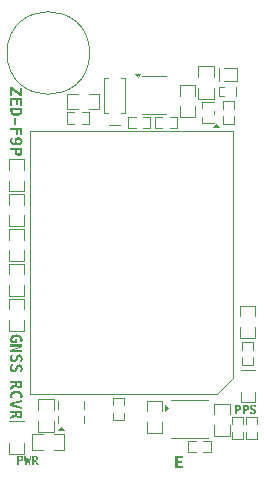
<source format=gbr>
%TF.GenerationSoftware,KiCad,Pcbnew,8.0.8+1*%
%TF.CreationDate,2025-01-22T08:14:43-05:00*%
%TF.ProjectId,gnssBoard,676e7373-426f-4617-9264-2e6b69636164,rev?*%
%TF.SameCoordinates,Original*%
%TF.FileFunction,Legend,Top*%
%TF.FilePolarity,Positive*%
%FSLAX46Y46*%
G04 Gerber Fmt 4.6, Leading zero omitted, Abs format (unit mm)*
G04 Created by KiCad (PCBNEW 8.0.8+1) date 2025-01-22 08:14:43*
%MOMM*%
%LPD*%
G01*
G04 APERTURE LIST*
%ADD10C,0.200000*%
%ADD11C,0.150000*%
%ADD12C,0.180000*%
%ADD13C,0.120000*%
%ADD14C,0.100000*%
G04 APERTURE END LIST*
D10*
G36*
X129896200Y-84669190D02*
G01*
X130579103Y-85127878D01*
X130579103Y-84684333D01*
X130751050Y-84684333D01*
X130751050Y-85374564D01*
X130589849Y-85374564D01*
X129906946Y-84901710D01*
X129906946Y-85384333D01*
X129735000Y-85384333D01*
X129735000Y-84669190D01*
X129896200Y-84669190D01*
G37*
G36*
X130751050Y-85561898D02*
G01*
X130751050Y-86197662D01*
X130579103Y-86197662D01*
X130579103Y-85763643D01*
X130360261Y-85763643D01*
X130360261Y-86156629D01*
X130188314Y-86156629D01*
X130188314Y-85763643D01*
X129906946Y-85763643D01*
X129906946Y-86197662D01*
X129735000Y-86197662D01*
X129735000Y-85561898D01*
X130751050Y-85561898D01*
G37*
G36*
X130751050Y-86598953D02*
G01*
X130749199Y-86659453D01*
X130743646Y-86715533D01*
X130734392Y-86767194D01*
X130721435Y-86814436D01*
X130700034Y-86867274D01*
X130672849Y-86913207D01*
X130639880Y-86952234D01*
X130632592Y-86959211D01*
X130592387Y-86990395D01*
X130544741Y-87016475D01*
X130495496Y-87035582D01*
X130477742Y-87041033D01*
X130427001Y-87053321D01*
X130378294Y-87061193D01*
X130325567Y-87066378D01*
X130268820Y-87068874D01*
X130243269Y-87069121D01*
X130194201Y-87068155D01*
X130132845Y-87063861D01*
X130076136Y-87056133D01*
X130024076Y-87044971D01*
X129976665Y-87030373D01*
X129923937Y-87007297D01*
X129878471Y-86978853D01*
X129854678Y-86959211D01*
X129820201Y-86921372D01*
X129791567Y-86876698D01*
X129768776Y-86825191D01*
X129751829Y-86766851D01*
X129742479Y-86715258D01*
X129736869Y-86659293D01*
X129736248Y-86639253D01*
X129922578Y-86639253D01*
X129926084Y-86688020D01*
X129938678Y-86735739D01*
X129963794Y-86779204D01*
X129995851Y-86808758D01*
X130045203Y-86833197D01*
X130094647Y-86846676D01*
X130144730Y-86854379D01*
X130201923Y-86858526D01*
X130244002Y-86859316D01*
X130295748Y-86858082D01*
X130351390Y-86853342D01*
X130399990Y-86845047D01*
X130447792Y-86830877D01*
X130490687Y-86808758D01*
X130529069Y-86770795D01*
X130551459Y-86724964D01*
X130561694Y-86674947D01*
X130563471Y-86639253D01*
X130563471Y-86584543D01*
X129922578Y-86584543D01*
X129922578Y-86639253D01*
X129736248Y-86639253D01*
X129735000Y-86598953D01*
X129735000Y-86382798D01*
X130751050Y-86382798D01*
X130751050Y-86598953D01*
G37*
G36*
X130250840Y-87282589D02*
G01*
X130250840Y-87823098D01*
X130047630Y-87823098D01*
X130047630Y-87282589D01*
X130250840Y-87282589D01*
G37*
G36*
X130751050Y-88097871D02*
G01*
X130751050Y-88733636D01*
X130579103Y-88733636D01*
X130579103Y-88299616D01*
X130344630Y-88299616D01*
X130344630Y-88694801D01*
X130172683Y-88694801D01*
X130172683Y-88299616D01*
X129735000Y-88299616D01*
X129735000Y-88097871D01*
X130751050Y-88097871D01*
G37*
G36*
X130466067Y-88893694D02*
G01*
X130521503Y-88901502D01*
X130571803Y-88915166D01*
X130616969Y-88934687D01*
X130663173Y-88964862D01*
X130675090Y-88974948D01*
X130710779Y-89015174D01*
X130737701Y-89062763D01*
X130753801Y-89109415D01*
X130763461Y-89161476D01*
X130766681Y-89218946D01*
X130764131Y-89269955D01*
X130755315Y-89320922D01*
X130738345Y-89370043D01*
X130734441Y-89378192D01*
X130706529Y-89423221D01*
X130670785Y-89461586D01*
X130642606Y-89483461D01*
X130597340Y-89509946D01*
X130551502Y-89529215D01*
X130500834Y-89544155D01*
X130476765Y-89549407D01*
X130426268Y-89557955D01*
X130372962Y-89564061D01*
X130324015Y-89567401D01*
X130272918Y-89568870D01*
X130257923Y-89568946D01*
X130203847Y-89568010D01*
X130153361Y-89565202D01*
X130098996Y-89559561D01*
X130049517Y-89551371D01*
X130010994Y-89542324D01*
X129964252Y-89527593D01*
X129916995Y-89507627D01*
X129871104Y-89481227D01*
X129850771Y-89466364D01*
X129811968Y-89430605D01*
X129780131Y-89389886D01*
X129755258Y-89344205D01*
X129751120Y-89334473D01*
X129734376Y-89283530D01*
X129724608Y-89234623D01*
X129719864Y-89182817D01*
X129719368Y-89158862D01*
X129721660Y-89108612D01*
X129721810Y-89107083D01*
X129729626Y-89057746D01*
X129741891Y-89008405D01*
X129757161Y-88960674D01*
X129759424Y-88954431D01*
X129943827Y-88954431D01*
X129919417Y-89000313D01*
X129900898Y-89045633D01*
X129896688Y-89058479D01*
X129884873Y-89108908D01*
X129881545Y-89153978D01*
X129886003Y-89203498D01*
X129899375Y-89248011D01*
X129925693Y-89291331D01*
X129954818Y-89319574D01*
X129997495Y-89345330D01*
X130043967Y-89362561D01*
X130095338Y-89373527D01*
X130145621Y-89378610D01*
X130172927Y-89379658D01*
X130136062Y-89342823D01*
X130109729Y-89297287D01*
X130095329Y-89250305D01*
X130091567Y-89218458D01*
X130250840Y-89218458D01*
X130259583Y-89269889D01*
X130288351Y-89312024D01*
X130296514Y-89318841D01*
X130340507Y-89340981D01*
X130392279Y-89351399D01*
X130427428Y-89353035D01*
X130476576Y-89349763D01*
X130505341Y-89343754D01*
X130551096Y-89324480D01*
X130559319Y-89318841D01*
X130591752Y-89279389D01*
X130604107Y-89230463D01*
X130604504Y-89218458D01*
X130596442Y-89168635D01*
X130592292Y-89159107D01*
X130561909Y-89120638D01*
X130559319Y-89118562D01*
X130515599Y-89095474D01*
X130463506Y-89084609D01*
X130427916Y-89082903D01*
X130378352Y-89086385D01*
X130329076Y-89099758D01*
X130296514Y-89118562D01*
X130263731Y-89158150D01*
X130251242Y-89206623D01*
X130250840Y-89218458D01*
X130091567Y-89218458D01*
X130088992Y-89196662D01*
X130088663Y-89180112D01*
X130091677Y-89130320D01*
X130102812Y-89077874D01*
X130122151Y-89031505D01*
X130154300Y-88985954D01*
X130174392Y-88966155D01*
X130215003Y-88937128D01*
X130262462Y-88915231D01*
X130316770Y-88900463D01*
X130368771Y-88893479D01*
X130415949Y-88891661D01*
X130466067Y-88893694D01*
G37*
G36*
X130751050Y-90048151D02*
G01*
X130749890Y-90098961D01*
X130745176Y-90157343D01*
X130736838Y-90210024D01*
X130722046Y-90265718D01*
X130702033Y-90313202D01*
X130676800Y-90352477D01*
X130640041Y-90388356D01*
X130594307Y-90415422D01*
X130547962Y-90431608D01*
X130495022Y-90441320D01*
X130445868Y-90444467D01*
X130435488Y-90444557D01*
X130385611Y-90442309D01*
X130331710Y-90433676D01*
X130284300Y-90418569D01*
X130237193Y-90392762D01*
X130198922Y-90358142D01*
X130194176Y-90352477D01*
X130165245Y-90305858D01*
X130146102Y-90257005D01*
X130132180Y-90199944D01*
X130124567Y-90146123D01*
X130120579Y-90086600D01*
X130120055Y-90055722D01*
X130282103Y-90055722D01*
X130284808Y-90107141D01*
X130295461Y-90157026D01*
X130316297Y-90195185D01*
X130359639Y-90223585D01*
X130410231Y-90233786D01*
X130435488Y-90234752D01*
X130487781Y-90230077D01*
X130534177Y-90212495D01*
X130554434Y-90195185D01*
X130577976Y-90149016D01*
X130587225Y-90096540D01*
X130588872Y-90055722D01*
X130588872Y-89972924D01*
X130282103Y-89972924D01*
X130282103Y-90055722D01*
X130120055Y-90055722D01*
X130119926Y-90048151D01*
X130119926Y-89972924D01*
X129735000Y-89972924D01*
X129735000Y-89771423D01*
X130751050Y-89771423D01*
X130751050Y-90048151D01*
G37*
G36*
X143693720Y-115898949D02*
G01*
X144329484Y-115898949D01*
X144329484Y-116070896D01*
X143895464Y-116070896D01*
X143895464Y-116289738D01*
X144288451Y-116289738D01*
X144288451Y-116461685D01*
X143895464Y-116461685D01*
X143895464Y-116743053D01*
X144329484Y-116743053D01*
X144329484Y-116915000D01*
X143693720Y-116915000D01*
X143693720Y-115898949D01*
G37*
G36*
X130751050Y-109782240D02*
G01*
X130749362Y-109841051D01*
X130744300Y-109894448D01*
X130733770Y-109951378D01*
X130718379Y-110000511D01*
X130694282Y-110047978D01*
X130681929Y-110065073D01*
X130644584Y-110100718D01*
X130601014Y-110125175D01*
X130590582Y-110129309D01*
X130541680Y-110143067D01*
X130491460Y-110149541D01*
X130459912Y-110150558D01*
X130409927Y-110147767D01*
X130361971Y-110137857D01*
X130317097Y-110118243D01*
X130290163Y-110099267D01*
X130255788Y-110062051D01*
X130241559Y-110038695D01*
X130223649Y-109990838D01*
X130216158Y-109951744D01*
X130195532Y-109996159D01*
X130188070Y-110004256D01*
X130156807Y-110027704D01*
X130113893Y-110051951D01*
X130101608Y-110058234D01*
X129735000Y-110242882D01*
X129735000Y-110021353D01*
X129994630Y-109898255D01*
X130024916Y-109884089D01*
X130068059Y-109860470D01*
X130107215Y-109830848D01*
X130112843Y-109825226D01*
X130134883Y-109787613D01*
X130303597Y-109787613D01*
X130307580Y-109839245D01*
X130322556Y-109885753D01*
X130337302Y-109906559D01*
X130378579Y-109932449D01*
X130428871Y-109941519D01*
X130446479Y-109941974D01*
X130498045Y-109936994D01*
X130544728Y-109916762D01*
X130555900Y-109906559D01*
X130579567Y-109862420D01*
X130588067Y-109812348D01*
X130588872Y-109787613D01*
X130588872Y-109692602D01*
X130303597Y-109692602D01*
X130303597Y-109787613D01*
X130134883Y-109787613D01*
X130138043Y-109782220D01*
X130141420Y-109756838D01*
X130141420Y-109692602D01*
X129735000Y-109692602D01*
X129735000Y-109490858D01*
X130751050Y-109490858D01*
X130751050Y-109782240D01*
G37*
G36*
X129719368Y-110760921D02*
G01*
X129721471Y-110711301D01*
X129730013Y-110653463D01*
X129745127Y-110600276D01*
X129766812Y-110551740D01*
X129795068Y-110507855D01*
X129829895Y-110468621D01*
X129853946Y-110447313D01*
X129899116Y-110416001D01*
X129950059Y-110389997D01*
X130006774Y-110369299D01*
X130056302Y-110356563D01*
X130109524Y-110347222D01*
X130166440Y-110341278D01*
X130227051Y-110338731D01*
X130242780Y-110338625D01*
X130304589Y-110340323D01*
X130362643Y-110345418D01*
X130416941Y-110353909D01*
X130467484Y-110365797D01*
X130514272Y-110381081D01*
X130567475Y-110404963D01*
X130614812Y-110434151D01*
X130632103Y-110447313D01*
X130670873Y-110483756D01*
X130703072Y-110524850D01*
X130728700Y-110570596D01*
X130747756Y-110620992D01*
X130760242Y-110676040D01*
X130766156Y-110735739D01*
X130766681Y-110760921D01*
X130764204Y-110811851D01*
X130756770Y-110860350D01*
X130753736Y-110873761D01*
X130738581Y-110922229D01*
X130717844Y-110967799D01*
X130714658Y-110973656D01*
X130481161Y-110973656D01*
X130515342Y-110935999D01*
X130528545Y-110918457D01*
X130553916Y-110876637D01*
X130555900Y-110872540D01*
X130572418Y-110826175D01*
X130573485Y-110821493D01*
X130579097Y-110772766D01*
X130579103Y-110771179D01*
X130573821Y-110719766D01*
X130555252Y-110669809D01*
X130523314Y-110628198D01*
X130494595Y-110605094D01*
X130446525Y-110580303D01*
X130396324Y-110564422D01*
X130347248Y-110555125D01*
X130292591Y-110549813D01*
X130242780Y-110548429D01*
X130192800Y-110549813D01*
X130138097Y-110555125D01*
X130089148Y-110564422D01*
X130039311Y-110580303D01*
X129991943Y-110605094D01*
X129950856Y-110641141D01*
X129923215Y-110685534D01*
X129909022Y-110738273D01*
X129906946Y-110771179D01*
X129911669Y-110819833D01*
X129925837Y-110866877D01*
X129928440Y-110873028D01*
X129951967Y-110917478D01*
X129953841Y-110920411D01*
X129983847Y-110961007D01*
X129994385Y-110973656D01*
X129769682Y-110973656D01*
X129748888Y-110927703D01*
X129733675Y-110879604D01*
X129732069Y-110873028D01*
X129722952Y-110822607D01*
X129719480Y-110772157D01*
X129719368Y-110760921D01*
G37*
G36*
X130751050Y-111123377D02*
G01*
X130751050Y-111326343D01*
X129900108Y-111505373D01*
X130751050Y-111685136D01*
X130751050Y-111888101D01*
X129735000Y-111645568D01*
X129735000Y-111365910D01*
X130751050Y-111123377D01*
G37*
G36*
X130751050Y-112308688D02*
G01*
X130749362Y-112367499D01*
X130744300Y-112420896D01*
X130733770Y-112477826D01*
X130718379Y-112526959D01*
X130694282Y-112574426D01*
X130681929Y-112591521D01*
X130644584Y-112627166D01*
X130601014Y-112651623D01*
X130590582Y-112655757D01*
X130541680Y-112669515D01*
X130491460Y-112675989D01*
X130459912Y-112677006D01*
X130409927Y-112674215D01*
X130361971Y-112664305D01*
X130317097Y-112644691D01*
X130290163Y-112625715D01*
X130255788Y-112588499D01*
X130241559Y-112565143D01*
X130223649Y-112517286D01*
X130216158Y-112478192D01*
X130195532Y-112522607D01*
X130188070Y-112530704D01*
X130156807Y-112554152D01*
X130113893Y-112578399D01*
X130101608Y-112584682D01*
X129735000Y-112769330D01*
X129735000Y-112547801D01*
X129994630Y-112424703D01*
X130024916Y-112410537D01*
X130068059Y-112386919D01*
X130107215Y-112357296D01*
X130112843Y-112351674D01*
X130134883Y-112314061D01*
X130303597Y-112314061D01*
X130307580Y-112365693D01*
X130322556Y-112412201D01*
X130337302Y-112433007D01*
X130378579Y-112458897D01*
X130428871Y-112467967D01*
X130446479Y-112468422D01*
X130498045Y-112463442D01*
X130544728Y-112443210D01*
X130555900Y-112433007D01*
X130579567Y-112388868D01*
X130588067Y-112338796D01*
X130588872Y-112314061D01*
X130588872Y-112219050D01*
X130303597Y-112219050D01*
X130303597Y-112314061D01*
X130134883Y-112314061D01*
X130138043Y-112308668D01*
X130141420Y-112283286D01*
X130141420Y-112219050D01*
X129735000Y-112219050D01*
X129735000Y-112017306D01*
X130751050Y-112017306D01*
X130751050Y-112308688D01*
G37*
D11*
G36*
X130583414Y-115850082D02*
G01*
X130627201Y-115853617D01*
X130666712Y-115859871D01*
X130708482Y-115870965D01*
X130744095Y-115885974D01*
X130773551Y-115904899D01*
X130800460Y-115932468D01*
X130820760Y-115966769D01*
X130832900Y-116001528D01*
X130840183Y-116041232D01*
X130842544Y-116078098D01*
X130842611Y-116085883D01*
X130840925Y-116123291D01*
X130834451Y-116163717D01*
X130823121Y-116199274D01*
X130803765Y-116234604D01*
X130777800Y-116263308D01*
X130773551Y-116266867D01*
X130738587Y-116288566D01*
X130701948Y-116302922D01*
X130659152Y-116313364D01*
X130618785Y-116319074D01*
X130574144Y-116322065D01*
X130545307Y-116322554D01*
X130488886Y-116322554D01*
X130488886Y-116611250D01*
X130337761Y-116611250D01*
X130337761Y-116200922D01*
X130488886Y-116200922D01*
X130550985Y-116200922D01*
X130589550Y-116198893D01*
X130626963Y-116190904D01*
X130655582Y-116175276D01*
X130676882Y-116142770D01*
X130684533Y-116104826D01*
X130685258Y-116085883D01*
X130681751Y-116046663D01*
X130668565Y-116011866D01*
X130655582Y-115996673D01*
X130620956Y-115979017D01*
X130581598Y-115972081D01*
X130550985Y-115970845D01*
X130488886Y-115970845D01*
X130488886Y-116200922D01*
X130337761Y-116200922D01*
X130337761Y-115849212D01*
X130545307Y-115849212D01*
X130583414Y-115850082D01*
G37*
G36*
X130884194Y-115849212D02*
G01*
X131016451Y-115849212D01*
X131071406Y-116405170D01*
X131137534Y-116036790D01*
X131263014Y-116036790D01*
X131339951Y-116405170D01*
X131382998Y-115849212D01*
X131516355Y-115849212D01*
X131428244Y-116611250D01*
X131287194Y-116611250D01*
X131200000Y-116204219D01*
X131118483Y-116611250D01*
X130978532Y-116611250D01*
X130884194Y-115849212D01*
G37*
G36*
X131846594Y-115850477D02*
G01*
X131886642Y-115854274D01*
X131929339Y-115862172D01*
X131966189Y-115873715D01*
X132001789Y-115891788D01*
X132014610Y-115901052D01*
X132041344Y-115929061D01*
X132059687Y-115961739D01*
X132062787Y-115969562D01*
X132073106Y-116006239D01*
X132077962Y-116043904D01*
X132078724Y-116067565D01*
X132076631Y-116105054D01*
X132069199Y-116141021D01*
X132054488Y-116174677D01*
X132040256Y-116194877D01*
X132012344Y-116220658D01*
X131994827Y-116231330D01*
X131958935Y-116244762D01*
X131929614Y-116250381D01*
X131962925Y-116265850D01*
X131968998Y-116271447D01*
X131986584Y-116294894D01*
X132004769Y-116327080D01*
X132009481Y-116336293D01*
X132147967Y-116611250D01*
X131981821Y-116611250D01*
X131889497Y-116416527D01*
X131878872Y-116393812D01*
X131861159Y-116361455D01*
X131838942Y-116332088D01*
X131834726Y-116327867D01*
X131802471Y-116308967D01*
X131783435Y-116306434D01*
X131735258Y-116306434D01*
X131735258Y-116611250D01*
X131583949Y-116611250D01*
X131583949Y-116184801D01*
X131735258Y-116184801D01*
X131806516Y-116184801D01*
X131845239Y-116181814D01*
X131880120Y-116170582D01*
X131895725Y-116159522D01*
X131915143Y-116128565D01*
X131921945Y-116090846D01*
X131922287Y-116077640D01*
X131918551Y-116038966D01*
X131903377Y-116003953D01*
X131895725Y-115995574D01*
X131862621Y-115977824D01*
X131825067Y-115971449D01*
X131806516Y-115970845D01*
X131735258Y-115970845D01*
X131735258Y-116184801D01*
X131583949Y-116184801D01*
X131583949Y-115849212D01*
X131802486Y-115849212D01*
X131846594Y-115850477D01*
G37*
D12*
G36*
X129719368Y-105992149D02*
G01*
X129722683Y-105932819D01*
X129732630Y-105877865D01*
X129749207Y-105827288D01*
X129772414Y-105781089D01*
X129802253Y-105739266D01*
X129838723Y-105701819D01*
X129855167Y-105688066D01*
X129898802Y-105658228D01*
X129943253Y-105635166D01*
X129992611Y-105615698D01*
X130016123Y-105608199D01*
X130066361Y-105595804D01*
X130121086Y-105586950D01*
X130172653Y-105582108D01*
X130227655Y-105579978D01*
X130244002Y-105579867D01*
X130305845Y-105581577D01*
X130363879Y-105586706D01*
X130418105Y-105595254D01*
X130468522Y-105607222D01*
X130515130Y-105622609D01*
X130568035Y-105646652D01*
X130614988Y-105676038D01*
X130632103Y-105689288D01*
X130670873Y-105725736D01*
X130703072Y-105766692D01*
X130728700Y-105812156D01*
X130747756Y-105862128D01*
X130760242Y-105916608D01*
X130766156Y-105975596D01*
X130766681Y-106000453D01*
X130763698Y-106052313D01*
X130754750Y-106102319D01*
X130748607Y-106124773D01*
X130730865Y-106172140D01*
X130707802Y-106216604D01*
X130695362Y-106236147D01*
X130471147Y-106236147D01*
X130507738Y-106202705D01*
X130539006Y-106162523D01*
X130552236Y-106139183D01*
X130569631Y-106093270D01*
X130578158Y-106043246D01*
X130579103Y-106018771D01*
X130573913Y-105964687D01*
X130558342Y-105917960D01*
X130528418Y-105874187D01*
X130496060Y-105846580D01*
X130448616Y-105821789D01*
X130398587Y-105805908D01*
X130349380Y-105796611D01*
X130294334Y-105791299D01*
X130244002Y-105789916D01*
X130194571Y-105791251D01*
X130140166Y-105796381D01*
X130091119Y-105805356D01*
X130040669Y-105820690D01*
X129991943Y-105844626D01*
X129953844Y-105875925D01*
X129928928Y-105909839D01*
X129911776Y-105956169D01*
X129906946Y-106004605D01*
X129908168Y-106032449D01*
X129913053Y-106058583D01*
X129920136Y-106081053D01*
X129929661Y-106096196D01*
X130119926Y-106096196D01*
X130119926Y-105957955D01*
X130282103Y-105957955D01*
X130282103Y-106272540D01*
X129823171Y-106272540D01*
X129790910Y-106231190D01*
X129764652Y-106187070D01*
X129745990Y-106144556D01*
X129731520Y-106097338D01*
X129726207Y-106072016D01*
X129720176Y-106020981D01*
X129719368Y-105992149D01*
G37*
G36*
X130751050Y-106423482D02*
G01*
X130751050Y-106640125D01*
X130008796Y-106924668D01*
X130751050Y-106924668D01*
X130751050Y-107102233D01*
X129735000Y-107102233D01*
X129735000Y-106887055D01*
X130463087Y-106601290D01*
X129735000Y-106601290D01*
X129735000Y-106423482D01*
X130751050Y-106423482D01*
G37*
G36*
X129719368Y-107582170D02*
G01*
X129720894Y-107531642D01*
X129723276Y-107502058D01*
X129730260Y-107453419D01*
X129736465Y-107424145D01*
X129749230Y-107375735D01*
X129765240Y-107329424D01*
X129786597Y-107280907D01*
X129788733Y-107276622D01*
X129994385Y-107276622D01*
X129964555Y-107321889D01*
X129939362Y-107366189D01*
X129916808Y-107414280D01*
X129909389Y-107433182D01*
X129894706Y-107480437D01*
X129884835Y-107531206D01*
X129881545Y-107580704D01*
X129886319Y-107632419D01*
X129903957Y-107680858D01*
X129915495Y-107697697D01*
X129955856Y-107728471D01*
X130005340Y-107738689D01*
X130009040Y-107738729D01*
X130057469Y-107730074D01*
X130089152Y-107711374D01*
X130119926Y-107676692D01*
X130142641Y-107631995D01*
X130180010Y-107532833D01*
X130198657Y-107486527D01*
X130219225Y-107441816D01*
X130239849Y-107403628D01*
X130268457Y-107361489D01*
X130301399Y-107326448D01*
X130344575Y-107297983D01*
X130391224Y-107281378D01*
X130445254Y-107273313D01*
X130471636Y-107272470D01*
X130521439Y-107275595D01*
X130574159Y-107287143D01*
X130621082Y-107307198D01*
X130662208Y-107335762D01*
X130688035Y-107361374D01*
X130718679Y-107403653D01*
X130741797Y-107452055D01*
X130757388Y-107506582D01*
X130764761Y-107558193D01*
X130766681Y-107604640D01*
X130764979Y-107655679D01*
X130759870Y-107704351D01*
X130752271Y-107746545D01*
X130738784Y-107797035D01*
X130721714Y-107845127D01*
X130704399Y-107885764D01*
X130511203Y-107885764D01*
X130538082Y-107844641D01*
X130564323Y-107795136D01*
X130584003Y-107745459D01*
X130597124Y-107695611D01*
X130603684Y-107645590D01*
X130604504Y-107620516D01*
X130600417Y-107570129D01*
X130583812Y-107521540D01*
X130575439Y-107508897D01*
X130534816Y-107477495D01*
X130492641Y-107470062D01*
X130443604Y-107482369D01*
X130422787Y-107498639D01*
X130394944Y-107539427D01*
X130374247Y-107585108D01*
X130361727Y-107617096D01*
X130329242Y-107703803D01*
X130307975Y-107754800D01*
X130284136Y-107799439D01*
X130253743Y-107842670D01*
X130215536Y-107881379D01*
X130211029Y-107885031D01*
X130166138Y-107913131D01*
X130114446Y-107932034D01*
X130062789Y-107941117D01*
X130020519Y-107943161D01*
X129966910Y-107939941D01*
X129918556Y-107930281D01*
X129868784Y-107910871D01*
X129826165Y-107882696D01*
X129795327Y-107851570D01*
X129765730Y-107807373D01*
X129743402Y-107754925D01*
X129730050Y-107703402D01*
X129722038Y-107645817D01*
X129719442Y-107593199D01*
X129719368Y-107582170D01*
G37*
G36*
X129719368Y-108424319D02*
G01*
X129720894Y-108373791D01*
X129723276Y-108344207D01*
X129730260Y-108295569D01*
X129736465Y-108266294D01*
X129749230Y-108217884D01*
X129765240Y-108171574D01*
X129786597Y-108123056D01*
X129788733Y-108118771D01*
X129994385Y-108118771D01*
X129964555Y-108164038D01*
X129939362Y-108208339D01*
X129916808Y-108256429D01*
X129909389Y-108275331D01*
X129894706Y-108322586D01*
X129884835Y-108373355D01*
X129881545Y-108422854D01*
X129886319Y-108474568D01*
X129903957Y-108523008D01*
X129915495Y-108539846D01*
X129955856Y-108570621D01*
X130005340Y-108580839D01*
X130009040Y-108580879D01*
X130057469Y-108572223D01*
X130089152Y-108553524D01*
X130119926Y-108518841D01*
X130142641Y-108474145D01*
X130180010Y-108374982D01*
X130198657Y-108328676D01*
X130219225Y-108283966D01*
X130239849Y-108245778D01*
X130268457Y-108203639D01*
X130301399Y-108168597D01*
X130344575Y-108140132D01*
X130391224Y-108123528D01*
X130445254Y-108115463D01*
X130471636Y-108114619D01*
X130521439Y-108117745D01*
X130574159Y-108129292D01*
X130621082Y-108149347D01*
X130662208Y-108177911D01*
X130688035Y-108203524D01*
X130718679Y-108245802D01*
X130741797Y-108294204D01*
X130757388Y-108348731D01*
X130764761Y-108400343D01*
X130766681Y-108446789D01*
X130764979Y-108497828D01*
X130759870Y-108546501D01*
X130752271Y-108588695D01*
X130738784Y-108639184D01*
X130721714Y-108687277D01*
X130704399Y-108727913D01*
X130511203Y-108727913D01*
X130538082Y-108686790D01*
X130564323Y-108637285D01*
X130584003Y-108587608D01*
X130597124Y-108537760D01*
X130603684Y-108487740D01*
X130604504Y-108462665D01*
X130600417Y-108412279D01*
X130583812Y-108363689D01*
X130575439Y-108351046D01*
X130534816Y-108319645D01*
X130492641Y-108312212D01*
X130443604Y-108324518D01*
X130422787Y-108340788D01*
X130394944Y-108381577D01*
X130374247Y-108427258D01*
X130361727Y-108459246D01*
X130329242Y-108545952D01*
X130307975Y-108596949D01*
X130284136Y-108641588D01*
X130253743Y-108684819D01*
X130215536Y-108723528D01*
X130211029Y-108727180D01*
X130166138Y-108755280D01*
X130114446Y-108774184D01*
X130062789Y-108783266D01*
X130020519Y-108785310D01*
X129966910Y-108782090D01*
X129918556Y-108772430D01*
X129868784Y-108753021D01*
X129826165Y-108724846D01*
X129795327Y-108693719D01*
X129765730Y-108649522D01*
X129743402Y-108597074D01*
X129730050Y-108545551D01*
X129722038Y-108487966D01*
X129719442Y-108435348D01*
X129719368Y-108424319D01*
G37*
D11*
G36*
X149033414Y-111550082D02*
G01*
X149077201Y-111553617D01*
X149116712Y-111559871D01*
X149158482Y-111570965D01*
X149194095Y-111585974D01*
X149223551Y-111604899D01*
X149250460Y-111632468D01*
X149270760Y-111666769D01*
X149282900Y-111701528D01*
X149290183Y-111741232D01*
X149292544Y-111778098D01*
X149292611Y-111785883D01*
X149290925Y-111823291D01*
X149284451Y-111863717D01*
X149273121Y-111899274D01*
X149253765Y-111934604D01*
X149227800Y-111963308D01*
X149223551Y-111966867D01*
X149188587Y-111988566D01*
X149151948Y-112002922D01*
X149109152Y-112013364D01*
X149068785Y-112019074D01*
X149024144Y-112022065D01*
X148995307Y-112022554D01*
X148938886Y-112022554D01*
X148938886Y-112311250D01*
X148787761Y-112311250D01*
X148787761Y-111900922D01*
X148938886Y-111900922D01*
X149000985Y-111900922D01*
X149039550Y-111898893D01*
X149076963Y-111890904D01*
X149105582Y-111875276D01*
X149126882Y-111842770D01*
X149134533Y-111804826D01*
X149135258Y-111785883D01*
X149131751Y-111746663D01*
X149118565Y-111711866D01*
X149105582Y-111696673D01*
X149070956Y-111679017D01*
X149031598Y-111672081D01*
X149000985Y-111670845D01*
X148938886Y-111670845D01*
X148938886Y-111900922D01*
X148787761Y-111900922D01*
X148787761Y-111549212D01*
X148995307Y-111549212D01*
X149033414Y-111550082D01*
G37*
G36*
X149665026Y-111550082D02*
G01*
X149708813Y-111553617D01*
X149748324Y-111559871D01*
X149790094Y-111570965D01*
X149825707Y-111585974D01*
X149855163Y-111604899D01*
X149882072Y-111632468D01*
X149902372Y-111666769D01*
X149914512Y-111701528D01*
X149921795Y-111741232D01*
X149924156Y-111778098D01*
X149924223Y-111785883D01*
X149922537Y-111823291D01*
X149916063Y-111863717D01*
X149904733Y-111899274D01*
X149885377Y-111934604D01*
X149859412Y-111963308D01*
X149855163Y-111966867D01*
X149820199Y-111988566D01*
X149783560Y-112002922D01*
X149740764Y-112013364D01*
X149700397Y-112019074D01*
X149655756Y-112022065D01*
X149626919Y-112022554D01*
X149570498Y-112022554D01*
X149570498Y-112311250D01*
X149419373Y-112311250D01*
X149419373Y-111900922D01*
X149570498Y-111900922D01*
X149632597Y-111900922D01*
X149671162Y-111898893D01*
X149708575Y-111890904D01*
X149737194Y-111875276D01*
X149758494Y-111842770D01*
X149766145Y-111804826D01*
X149766870Y-111785883D01*
X149763363Y-111746663D01*
X149750177Y-111711866D01*
X149737194Y-111696673D01*
X149702568Y-111679017D01*
X149663210Y-111672081D01*
X149632597Y-111670845D01*
X149570498Y-111670845D01*
X149570498Y-111900922D01*
X149419373Y-111900922D01*
X149419373Y-111549212D01*
X149626919Y-111549212D01*
X149665026Y-111550082D01*
G37*
G36*
X150264209Y-112322973D02*
G01*
X150226313Y-112321828D01*
X150204125Y-112320042D01*
X150167646Y-112314804D01*
X150145690Y-112310150D01*
X150109383Y-112300576D01*
X150074650Y-112288569D01*
X150038262Y-112272552D01*
X150035048Y-112270949D01*
X150035048Y-112116710D01*
X150068998Y-112139083D01*
X150102224Y-112157978D01*
X150138292Y-112174893D01*
X150152468Y-112180457D01*
X150187910Y-112191470D01*
X150225986Y-112198873D01*
X150263110Y-112201340D01*
X150301896Y-112197760D01*
X150338226Y-112184531D01*
X150350854Y-112175878D01*
X150373935Y-112145607D01*
X150381599Y-112108494D01*
X150381629Y-112105719D01*
X150375137Y-112069398D01*
X150361113Y-112045635D01*
X150335101Y-112022554D01*
X150301578Y-112005519D01*
X150227206Y-111977492D01*
X150192477Y-111963506D01*
X150158944Y-111948081D01*
X150130303Y-111932612D01*
X150098699Y-111911156D01*
X150072418Y-111886450D01*
X150051069Y-111854068D01*
X150038616Y-111819081D01*
X150032567Y-111778559D01*
X150031934Y-111758772D01*
X150034278Y-111721420D01*
X150042939Y-111681880D01*
X150057980Y-111646688D01*
X150079403Y-111615843D01*
X150098613Y-111596473D01*
X150130321Y-111573490D01*
X150166623Y-111556151D01*
X150207518Y-111544458D01*
X150246227Y-111538928D01*
X150281062Y-111537488D01*
X150319341Y-111538765D01*
X150355845Y-111542597D01*
X150387491Y-111548296D01*
X150425358Y-111558411D01*
X150461427Y-111571213D01*
X150491905Y-111584200D01*
X150491905Y-111729097D01*
X150461062Y-111708938D01*
X150423934Y-111689257D01*
X150386676Y-111674497D01*
X150349290Y-111664656D01*
X150311775Y-111659736D01*
X150292969Y-111659121D01*
X150255179Y-111662187D01*
X150218737Y-111674640D01*
X150209255Y-111680920D01*
X150185703Y-111711387D01*
X150180129Y-111743019D01*
X150189359Y-111779796D01*
X150201561Y-111795409D01*
X150232152Y-111816291D01*
X150266413Y-111831814D01*
X150290404Y-111841204D01*
X150355434Y-111865567D01*
X150393682Y-111881518D01*
X150427161Y-111899397D01*
X150459584Y-111922192D01*
X150488616Y-111950847D01*
X150491355Y-111954228D01*
X150512430Y-111987896D01*
X150526608Y-112026665D01*
X150533420Y-112065408D01*
X150534952Y-112097110D01*
X150532537Y-112137317D01*
X150525292Y-112173582D01*
X150510735Y-112210911D01*
X150489604Y-112242875D01*
X150466259Y-112266004D01*
X150433112Y-112288202D01*
X150393776Y-112304948D01*
X150355133Y-112314962D01*
X150311945Y-112320970D01*
X150272481Y-112322918D01*
X150264209Y-112322973D01*
G37*
D13*
%TO.C,C9*%
X134535000Y-85185000D02*
X135445000Y-85185000D01*
X134535000Y-86515000D02*
X134535000Y-85185000D01*
X135445000Y-86515000D02*
X134535000Y-86515000D01*
X136355000Y-86515000D02*
X137265000Y-86515000D01*
X137265000Y-85185000D02*
X136355000Y-85185000D01*
X137265000Y-86515000D02*
X137265000Y-85185000D01*
%TO.C,R12*%
X139705000Y-87130000D02*
X139705000Y-88070000D01*
X139705000Y-88070000D02*
X140335000Y-88070000D01*
X140335000Y-87130000D02*
X139705000Y-87130000D01*
X140965000Y-87130000D02*
X141595000Y-87130000D01*
X141595000Y-87130000D02*
X141595000Y-88070000D01*
X141595000Y-88070000D02*
X140965000Y-88070000D01*
%TO.C,U4*%
X140890000Y-83690000D02*
X142910000Y-83690000D01*
X142910000Y-86910000D02*
X140890000Y-86910000D01*
D14*
X140500000Y-83800000D02*
X140250000Y-83550000D01*
X140750000Y-83550000D01*
X140500000Y-83800000D01*
G36*
X140500000Y-83800000D02*
G01*
X140250000Y-83550000D01*
X140750000Y-83550000D01*
X140500000Y-83800000D01*
G37*
D13*
%TO.C,D1*%
X129640000Y-112940000D02*
X130860000Y-112940000D01*
X129640000Y-114760000D02*
X129640000Y-115660000D01*
X129640000Y-115660000D02*
X130860000Y-115660000D01*
X130860000Y-114760000D02*
X130860000Y-115660000D01*
%TO.C,R9*%
X148530000Y-112555000D02*
X148530000Y-113185000D01*
X148530000Y-114445000D02*
X148530000Y-113815000D01*
X149470000Y-112555000D02*
X148530000Y-112555000D01*
X149470000Y-113185000D02*
X149470000Y-112555000D01*
X149470000Y-113815000D02*
X149470000Y-114445000D01*
X149470000Y-114445000D02*
X148530000Y-114445000D01*
%TO.C,C1*%
X146960000Y-111435000D02*
X148290000Y-111435000D01*
X146960000Y-112345000D02*
X146960000Y-111435000D01*
X146960000Y-113255000D02*
X146960000Y-114165000D01*
X146960000Y-114165000D02*
X148290000Y-114165000D01*
X148290000Y-111435000D02*
X148290000Y-112345000D01*
X148290000Y-114165000D02*
X148290000Y-113255000D01*
%TO.C,U2*%
X133750000Y-111200000D02*
X133750000Y-111850000D01*
X133750000Y-112450000D02*
X133750000Y-113100000D01*
X135950000Y-111200000D02*
X135950000Y-111850000D01*
X135950000Y-112450000D02*
X135950000Y-113100000D01*
D14*
X134300000Y-113650000D02*
X133800000Y-113650000D01*
X134050000Y-113400000D01*
X134300000Y-113650000D01*
G36*
X134300000Y-113650000D02*
G01*
X133800000Y-113650000D01*
X134050000Y-113400000D01*
X134300000Y-113650000D01*
G37*
D13*
%TO.C,R4*%
X134505000Y-86780000D02*
X134505000Y-87720000D01*
X134505000Y-87720000D02*
X135135000Y-87720000D01*
X135135000Y-86780000D02*
X134505000Y-86780000D01*
X135765000Y-86780000D02*
X136395000Y-86780000D01*
X136395000Y-86780000D02*
X136395000Y-87720000D01*
X136395000Y-87720000D02*
X135765000Y-87720000D01*
%TO.C,R11*%
X138430000Y-110955000D02*
X138430000Y-111585000D01*
X138430000Y-112845000D02*
X138430000Y-112215000D01*
X139370000Y-110955000D02*
X138430000Y-110955000D01*
X139370000Y-111585000D02*
X139370000Y-110955000D01*
X139370000Y-112215000D02*
X139370000Y-112845000D01*
X139370000Y-112845000D02*
X138430000Y-112845000D01*
%TO.C,C6*%
X129585000Y-96635000D02*
X129585000Y-97545000D01*
X129585000Y-99365000D02*
X129585000Y-98455000D01*
X130915000Y-96635000D02*
X129585000Y-96635000D01*
X130915000Y-97545000D02*
X130915000Y-96635000D01*
X130915000Y-98455000D02*
X130915000Y-99365000D01*
X130915000Y-99365000D02*
X129585000Y-99365000D01*
%TO.C,C4*%
X129585000Y-90735000D02*
X129585000Y-91645000D01*
X129585000Y-93465000D02*
X129585000Y-92555000D01*
X130915000Y-90735000D02*
X129585000Y-90735000D01*
X130915000Y-91645000D02*
X130915000Y-90735000D01*
X130915000Y-92555000D02*
X130915000Y-93465000D01*
X130915000Y-93465000D02*
X129585000Y-93465000D01*
%TO.C,D4*%
X149240000Y-108590000D02*
X150460000Y-108590000D01*
X149240000Y-110410000D02*
X149240000Y-111310000D01*
X149240000Y-111310000D02*
X150460000Y-111310000D01*
X150460000Y-110410000D02*
X150460000Y-111310000D01*
%TO.C,U3*%
X131376700Y-88374800D02*
X131376700Y-110625200D01*
X131376700Y-110625200D02*
X147250000Y-110625200D01*
X147250000Y-110625200D02*
X148623300Y-109250000D01*
X148623300Y-88374800D02*
X131376700Y-88374800D01*
X148623300Y-109250000D02*
X148623300Y-88374800D01*
%TO.C,R8*%
X147730000Y-85855000D02*
X148670000Y-85855000D01*
X147730000Y-86485000D02*
X147730000Y-85855000D01*
X147730000Y-87115000D02*
X147730000Y-87745000D01*
X147730000Y-87745000D02*
X148670000Y-87745000D01*
X148670000Y-85855000D02*
X148670000Y-86485000D01*
X148670000Y-87745000D02*
X148670000Y-87115000D01*
%TO.C,C8*%
X129585000Y-102535000D02*
X130915000Y-102535000D01*
X129585000Y-103445000D02*
X129585000Y-102535000D01*
X129585000Y-104355000D02*
X129585000Y-105265000D01*
X129585000Y-105265000D02*
X130915000Y-105265000D01*
X130915000Y-102535000D02*
X130915000Y-103445000D01*
X130915000Y-105265000D02*
X130915000Y-104355000D01*
%TO.C,C7*%
X129585000Y-99585000D02*
X129585000Y-100495000D01*
X129585000Y-102315000D02*
X129585000Y-101405000D01*
X130915000Y-99585000D02*
X129585000Y-99585000D01*
X130915000Y-100495000D02*
X130915000Y-99585000D01*
X130915000Y-101405000D02*
X130915000Y-102315000D01*
X130915000Y-102315000D02*
X129585000Y-102315000D01*
%TO.C,U1*%
X146485000Y-111165000D02*
X143315000Y-111165000D01*
X146485000Y-114335000D02*
X143315000Y-114335000D01*
D14*
X143050000Y-111775000D02*
X142800000Y-112025000D01*
X142800000Y-111525000D01*
X143050000Y-111775000D01*
G36*
X143050000Y-111775000D02*
G01*
X142800000Y-112025000D01*
X142800000Y-111525000D01*
X143050000Y-111775000D01*
G37*
D13*
%TO.C,D2*%
X137640000Y-83890000D02*
X137640000Y-86860000D01*
X137640000Y-86860000D02*
X137975000Y-86860000D01*
X137975000Y-83890000D02*
X137640000Y-83890000D01*
X138050000Y-87875000D02*
X139050000Y-87875000D01*
X139125000Y-83890000D02*
X139460000Y-83890000D01*
X139460000Y-83890000D02*
X139460000Y-86860000D01*
X139460000Y-86860000D02*
X139125000Y-86860000D01*
%TO.C,C5*%
X129585000Y-93685000D02*
X129585000Y-94595000D01*
X129585000Y-96415000D02*
X129585000Y-95505000D01*
X130915000Y-93685000D02*
X129585000Y-93685000D01*
X130915000Y-94595000D02*
X130915000Y-93685000D01*
X130915000Y-95505000D02*
X130915000Y-96415000D01*
X130915000Y-96415000D02*
X129585000Y-96415000D01*
%TO.C,R6*%
X149380000Y-106255000D02*
X150320000Y-106255000D01*
X149380000Y-106885000D02*
X149380000Y-106255000D01*
X149380000Y-107515000D02*
X149380000Y-108145000D01*
X149380000Y-108145000D02*
X150320000Y-108145000D01*
X150320000Y-106255000D02*
X150320000Y-106885000D01*
X150320000Y-108145000D02*
X150320000Y-107515000D01*
%TO.C,R1*%
X144790000Y-114630000D02*
X145420000Y-114630000D01*
X144790000Y-115570000D02*
X144790000Y-114630000D01*
X145420000Y-115570000D02*
X144790000Y-115570000D01*
X146050000Y-115570000D02*
X146680000Y-115570000D01*
X146680000Y-114630000D02*
X146050000Y-114630000D01*
X146680000Y-115570000D02*
X146680000Y-114630000D01*
%TO.C,R5*%
X144055000Y-84455000D02*
X145345000Y-84455000D01*
X144055000Y-85352000D02*
X144055000Y-84455000D01*
X144055000Y-86248000D02*
X144055000Y-87145000D01*
X144055000Y-87145000D02*
X145345000Y-87145000D01*
X145345000Y-84455000D02*
X145345000Y-85352000D01*
X145345000Y-87145000D02*
X145345000Y-86248000D01*
%TO.C,C3*%
X149135000Y-103135000D02*
X150465000Y-103135000D01*
X149135000Y-104045000D02*
X149135000Y-103135000D01*
X149135000Y-104955000D02*
X149135000Y-105865000D01*
X149135000Y-105865000D02*
X150465000Y-105865000D01*
X150465000Y-103135000D02*
X150465000Y-104045000D01*
X150465000Y-105865000D02*
X150465000Y-104955000D01*
%TO.C,D3*%
X147400000Y-83025000D02*
X147400000Y-84125000D01*
X148900000Y-83025000D02*
X147800000Y-83025000D01*
X148900000Y-83025000D02*
X148900000Y-84125000D01*
X148900000Y-84125000D02*
X147800000Y-84125000D01*
%TO.C,L1*%
X147400000Y-84600000D02*
X147400000Y-85400000D01*
X147790000Y-84590000D02*
X147400000Y-84590000D01*
X147790000Y-85400000D02*
X147400000Y-85400000D01*
X148800000Y-84600000D02*
X148800000Y-85400000D01*
%TO.C,Q1*%
X146000000Y-85890000D02*
X146985000Y-85890000D01*
X146000000Y-86440000D02*
X146000000Y-85890000D01*
X146000000Y-87710000D02*
X146000000Y-87150000D01*
X146985000Y-86660000D02*
X146985000Y-86940000D01*
X146985000Y-87710000D02*
X146000000Y-87710000D01*
D14*
X147400000Y-88050000D02*
X146900000Y-88050000D01*
X147150000Y-87800000D01*
X147400000Y-88050000D01*
G36*
X147400000Y-88050000D02*
G01*
X146900000Y-88050000D01*
X147150000Y-87800000D01*
X147400000Y-88050000D01*
G37*
D13*
%TO.C,R10*%
X141955000Y-87130000D02*
X141955000Y-88070000D01*
X141955000Y-88070000D02*
X142585000Y-88070000D01*
X142585000Y-87130000D02*
X141955000Y-87130000D01*
X143215000Y-87130000D02*
X143845000Y-87130000D01*
X143845000Y-87130000D02*
X143845000Y-88070000D01*
X143845000Y-88070000D02*
X143215000Y-88070000D01*
%TO.C,C2*%
X141285000Y-111185000D02*
X142615000Y-111185000D01*
X141285000Y-112095000D02*
X141285000Y-111185000D01*
X141285000Y-113005000D02*
X141285000Y-113915000D01*
X141285000Y-113915000D02*
X142615000Y-113915000D01*
X142615000Y-111185000D02*
X142615000Y-112095000D01*
X142615000Y-113915000D02*
X142615000Y-113005000D01*
%TO.C,C12*%
X132085000Y-111085000D02*
X133415000Y-111085000D01*
X132085000Y-111995000D02*
X132085000Y-111085000D01*
X132085000Y-112905000D02*
X132085000Y-113815000D01*
X132085000Y-113815000D02*
X133415000Y-113815000D01*
X133415000Y-111085000D02*
X133415000Y-111995000D01*
X133415000Y-113815000D02*
X133415000Y-112905000D01*
%TO.C,C11*%
X131585000Y-114035000D02*
X131585000Y-115365000D01*
X131585000Y-115365000D02*
X132495000Y-115365000D01*
X132495000Y-114035000D02*
X131585000Y-114035000D01*
X133405000Y-114035000D02*
X134315000Y-114035000D01*
X134315000Y-114035000D02*
X134315000Y-115365000D01*
X134315000Y-115365000D02*
X133405000Y-115365000D01*
%TO.C,R7*%
X149680000Y-112555000D02*
X149680000Y-113185000D01*
X149680000Y-114445000D02*
X149680000Y-113815000D01*
X150620000Y-112555000D02*
X149680000Y-112555000D01*
X150620000Y-113185000D02*
X150620000Y-112555000D01*
X150620000Y-113815000D02*
X150620000Y-114445000D01*
X150620000Y-114445000D02*
X149680000Y-114445000D01*
%TO.C,C10*%
X145635000Y-82885000D02*
X145635000Y-83795000D01*
X145635000Y-85615000D02*
X145635000Y-84705000D01*
X146965000Y-82885000D02*
X145635000Y-82885000D01*
X146965000Y-83795000D02*
X146965000Y-82885000D01*
X146965000Y-84705000D02*
X146965000Y-85615000D01*
X146965000Y-85615000D02*
X145635000Y-85615000D01*
%TO.C,BT1*%
X136450000Y-81748750D02*
G75*
G02*
X129450000Y-81748750I-3500000J0D01*
G01*
X129450000Y-81748750D02*
G75*
G02*
X136450000Y-81748750I3500000J0D01*
G01*
%TD*%
M02*

</source>
